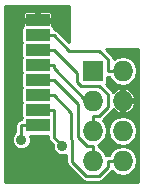
<source format=gtl>
G04 #@! TF.FileFunction,Copper,L1,Top,Signal*
%FSLAX46Y46*%
G04 Gerber Fmt 4.6, Leading zero omitted, Abs format (unit mm)*
G04 Created by KiCad (PCBNEW 4.0.4-stable) date Monday 13 March 2017 'à' 21:28:35*
%MOMM*%
%LPD*%
G01*
G04 APERTURE LIST*
%ADD10C,0.100000*%
%ADD11R,1.727200X1.727200*%
%ADD12O,1.727200X1.727200*%
%ADD13R,2.000000X1.000000*%
%ADD14C,0.889000*%
%ADD15C,0.254000*%
G04 APERTURE END LIST*
D10*
D11*
X61100000Y-36300000D03*
D12*
X63640000Y-36300000D03*
X61100000Y-38840000D03*
X63640000Y-38840000D03*
X61100000Y-41380000D03*
X63640000Y-41380000D03*
X61100000Y-43920000D03*
X63640000Y-43920000D03*
D13*
X56450000Y-40900000D03*
X56450000Y-39630000D03*
X56450000Y-38360000D03*
X56450000Y-37090000D03*
X56450000Y-35820000D03*
X56450000Y-34550000D03*
X56450000Y-33280000D03*
X56450000Y-32010000D03*
D14*
X55068700Y-42123500D03*
X54735600Y-32210500D03*
X58536100Y-42650000D03*
D15*
X56450000Y-40900000D02*
X55068700Y-40900000D01*
X55068700Y-40900000D02*
X55068700Y-42123500D01*
X54936100Y-32010000D02*
X54735600Y-32210500D01*
X56450000Y-32010000D02*
X54936100Y-32010000D01*
X60576200Y-38840000D02*
X61100000Y-38840000D01*
X57831300Y-36095100D02*
X60576200Y-38840000D01*
X57831300Y-35820000D02*
X57831300Y-36095100D01*
X56450000Y-35820000D02*
X57831300Y-35820000D01*
X61615800Y-40135100D02*
X61100000Y-40135100D01*
X62370000Y-39380900D02*
X61615800Y-40135100D01*
X62370000Y-38274500D02*
X62370000Y-39380900D01*
X61665500Y-37570000D02*
X62370000Y-38274500D01*
X60099000Y-37570000D02*
X61665500Y-37570000D01*
X59747800Y-37218800D02*
X60099000Y-37570000D01*
X59747800Y-36466500D02*
X59747800Y-37218800D01*
X57831300Y-34550000D02*
X59747800Y-36466500D01*
X56450000Y-34550000D02*
X57831300Y-34550000D01*
X61100000Y-41380000D02*
X61100000Y-40135100D01*
X56450000Y-39630000D02*
X57831300Y-39630000D01*
X57831300Y-41945200D02*
X58536100Y-42650000D01*
X57831300Y-39630000D02*
X57831300Y-41945200D01*
X60634500Y-42675100D02*
X61100000Y-42675100D01*
X59855100Y-41895700D02*
X60634500Y-42675100D01*
X59855100Y-39113800D02*
X59855100Y-41895700D01*
X57831300Y-37090000D02*
X59855100Y-39113800D01*
X56450000Y-37090000D02*
X57831300Y-37090000D01*
X61100000Y-43920000D02*
X61100000Y-42675100D01*
X56450000Y-38360000D02*
X57831300Y-38360000D01*
X63640000Y-43920000D02*
X62395100Y-43920000D01*
X62395100Y-44435800D02*
X62395100Y-43920000D01*
X61648800Y-45182100D02*
X62395100Y-44435800D01*
X60559800Y-45182100D02*
X61648800Y-45182100D01*
X59374500Y-43996800D02*
X60559800Y-45182100D01*
X59374500Y-42135500D02*
X59374500Y-43996800D01*
X59312600Y-42073600D02*
X59374500Y-42135500D01*
X59312600Y-39841300D02*
X59312600Y-42073600D01*
X57831300Y-38360000D02*
X59312600Y-39841300D01*
X62395100Y-35328500D02*
X62395100Y-36300000D01*
X61658000Y-34591400D02*
X62395100Y-35328500D01*
X59142700Y-34591400D02*
X61658000Y-34591400D01*
X57831300Y-33280000D02*
X59142700Y-34591400D01*
X56450000Y-33280000D02*
X57831300Y-33280000D01*
X63640000Y-36300000D02*
X62395100Y-36300000D01*
G36*
X59121400Y-33851680D02*
X58190510Y-32920790D01*
X58025703Y-32810669D01*
X57837179Y-32773169D01*
X57811897Y-32638810D01*
X57728454Y-32509135D01*
X57678600Y-32475071D01*
X57678600Y-32194150D01*
X57621450Y-32137000D01*
X56577000Y-32137000D01*
X56577000Y-32157000D01*
X56323000Y-32157000D01*
X56323000Y-32137000D01*
X55278550Y-32137000D01*
X55221400Y-32194150D01*
X55221400Y-32474349D01*
X55179135Y-32501546D01*
X55092141Y-32628866D01*
X55061536Y-32780000D01*
X55061536Y-33780000D01*
X55087871Y-33919955D01*
X55061536Y-34050000D01*
X55061536Y-35050000D01*
X55087871Y-35189955D01*
X55061536Y-35320000D01*
X55061536Y-36320000D01*
X55087871Y-36459955D01*
X55061536Y-36590000D01*
X55061536Y-37590000D01*
X55087871Y-37729955D01*
X55061536Y-37860000D01*
X55061536Y-38860000D01*
X55087871Y-38999955D01*
X55061536Y-39130000D01*
X55061536Y-40130000D01*
X55087871Y-40269955D01*
X55062923Y-40393149D01*
X54874297Y-40430669D01*
X54709490Y-40540790D01*
X54599369Y-40705597D01*
X54560700Y-40900000D01*
X54560700Y-41464198D01*
X54369283Y-41655281D01*
X54243343Y-41958577D01*
X54243057Y-42286982D01*
X54368467Y-42590498D01*
X54600481Y-42822917D01*
X54903777Y-42948857D01*
X55232182Y-42949143D01*
X55535698Y-42823733D01*
X55768117Y-42591719D01*
X55894057Y-42288423D01*
X55894343Y-41960018D01*
X55823458Y-41788464D01*
X57323300Y-41788464D01*
X57323300Y-41945200D01*
X57361969Y-42139603D01*
X57472090Y-42304410D01*
X57710693Y-42543013D01*
X57710457Y-42813482D01*
X57835867Y-43116998D01*
X58067881Y-43349417D01*
X58371177Y-43475357D01*
X58699582Y-43475643D01*
X58866500Y-43406674D01*
X58866500Y-43996800D01*
X58905169Y-44191203D01*
X59015290Y-44356010D01*
X60200590Y-45541310D01*
X60365396Y-45651431D01*
X60397650Y-45657846D01*
X60559800Y-45690100D01*
X61648800Y-45690100D01*
X61843203Y-45651431D01*
X62008010Y-45541310D01*
X62745891Y-44803430D01*
X62759935Y-44824448D01*
X63163712Y-45094243D01*
X63640000Y-45188983D01*
X64116288Y-45094243D01*
X64520065Y-44824448D01*
X64789860Y-44420671D01*
X64884600Y-43944383D01*
X64884600Y-43895617D01*
X64789860Y-43419329D01*
X64520065Y-43015552D01*
X64116288Y-42745757D01*
X63640000Y-42651017D01*
X63163712Y-42745757D01*
X62759935Y-43015552D01*
X62495037Y-43412000D01*
X62395100Y-43412000D01*
X62253986Y-43440069D01*
X62249860Y-43419329D01*
X61980065Y-43015552D01*
X61608000Y-42766946D01*
X61608000Y-42675100D01*
X61583060Y-42549718D01*
X61980065Y-42284448D01*
X62249860Y-41880671D01*
X62344600Y-41404383D01*
X62344600Y-41355617D01*
X62395400Y-41355617D01*
X62395400Y-41404383D01*
X62490140Y-41880671D01*
X62759935Y-42284448D01*
X63163712Y-42554243D01*
X63640000Y-42648983D01*
X64116288Y-42554243D01*
X64520065Y-42284448D01*
X64789860Y-41880671D01*
X64884600Y-41404383D01*
X64884600Y-41355617D01*
X64789860Y-40879329D01*
X64520065Y-40475552D01*
X64116288Y-40205757D01*
X63640000Y-40111017D01*
X63163712Y-40205757D01*
X62759935Y-40475552D01*
X62490140Y-40879329D01*
X62395400Y-41355617D01*
X62344600Y-41355617D01*
X62249860Y-40879329D01*
X61985554Y-40483766D01*
X62729210Y-39740110D01*
X62839331Y-39575303D01*
X62841135Y-39566235D01*
X63105114Y-39792274D01*
X63344865Y-39891568D01*
X63513000Y-39867229D01*
X63513000Y-38967000D01*
X63767000Y-38967000D01*
X63767000Y-39867229D01*
X63935135Y-39891568D01*
X64174886Y-39792274D01*
X64498590Y-39515094D01*
X64691581Y-39135137D01*
X64667654Y-38967000D01*
X63767000Y-38967000D01*
X63513000Y-38967000D01*
X63493000Y-38967000D01*
X63493000Y-38713000D01*
X63513000Y-38713000D01*
X63513000Y-37812771D01*
X63767000Y-37812771D01*
X63767000Y-38713000D01*
X64667654Y-38713000D01*
X64691581Y-38544863D01*
X64498590Y-38164906D01*
X64174886Y-37887726D01*
X63935135Y-37788432D01*
X63767000Y-37812771D01*
X63513000Y-37812771D01*
X63344865Y-37788432D01*
X63105114Y-37887726D01*
X62845316Y-38110185D01*
X62839331Y-38080097D01*
X62771422Y-37978464D01*
X62729210Y-37915289D01*
X62243196Y-37429276D01*
X62321459Y-37314734D01*
X62352064Y-37163600D01*
X62352064Y-36799440D01*
X62395100Y-36808000D01*
X62495037Y-36808000D01*
X62759935Y-37204448D01*
X63163712Y-37474243D01*
X63640000Y-37568983D01*
X64116288Y-37474243D01*
X64520065Y-37204448D01*
X64789860Y-36800671D01*
X64884600Y-36324383D01*
X64884600Y-36275617D01*
X64789860Y-35799329D01*
X64520065Y-35395552D01*
X64116288Y-35125757D01*
X63640000Y-35031017D01*
X63163712Y-35125757D01*
X62898077Y-35303248D01*
X62864431Y-35134097D01*
X62754310Y-34969290D01*
X62263620Y-34478600D01*
X64921400Y-34478600D01*
X64921400Y-45721400D01*
X53678600Y-45721400D01*
X53678600Y-31464529D01*
X55221400Y-31464529D01*
X55221400Y-31825850D01*
X55278550Y-31883000D01*
X56323000Y-31883000D01*
X56323000Y-31338550D01*
X56577000Y-31338550D01*
X56577000Y-31883000D01*
X57621450Y-31883000D01*
X57678600Y-31825850D01*
X57678600Y-31464529D01*
X57643798Y-31380509D01*
X57579492Y-31316203D01*
X57495472Y-31281400D01*
X56634150Y-31281400D01*
X56577000Y-31338550D01*
X56323000Y-31338550D01*
X56265850Y-31281400D01*
X55404528Y-31281400D01*
X55320508Y-31316203D01*
X55256202Y-31380509D01*
X55221400Y-31464529D01*
X53678600Y-31464529D01*
X53678600Y-30778600D01*
X59121400Y-30778600D01*
X59121400Y-33851680D01*
X59121400Y-33851680D01*
G37*
X59121400Y-33851680D02*
X58190510Y-32920790D01*
X58025703Y-32810669D01*
X57837179Y-32773169D01*
X57811897Y-32638810D01*
X57728454Y-32509135D01*
X57678600Y-32475071D01*
X57678600Y-32194150D01*
X57621450Y-32137000D01*
X56577000Y-32137000D01*
X56577000Y-32157000D01*
X56323000Y-32157000D01*
X56323000Y-32137000D01*
X55278550Y-32137000D01*
X55221400Y-32194150D01*
X55221400Y-32474349D01*
X55179135Y-32501546D01*
X55092141Y-32628866D01*
X55061536Y-32780000D01*
X55061536Y-33780000D01*
X55087871Y-33919955D01*
X55061536Y-34050000D01*
X55061536Y-35050000D01*
X55087871Y-35189955D01*
X55061536Y-35320000D01*
X55061536Y-36320000D01*
X55087871Y-36459955D01*
X55061536Y-36590000D01*
X55061536Y-37590000D01*
X55087871Y-37729955D01*
X55061536Y-37860000D01*
X55061536Y-38860000D01*
X55087871Y-38999955D01*
X55061536Y-39130000D01*
X55061536Y-40130000D01*
X55087871Y-40269955D01*
X55062923Y-40393149D01*
X54874297Y-40430669D01*
X54709490Y-40540790D01*
X54599369Y-40705597D01*
X54560700Y-40900000D01*
X54560700Y-41464198D01*
X54369283Y-41655281D01*
X54243343Y-41958577D01*
X54243057Y-42286982D01*
X54368467Y-42590498D01*
X54600481Y-42822917D01*
X54903777Y-42948857D01*
X55232182Y-42949143D01*
X55535698Y-42823733D01*
X55768117Y-42591719D01*
X55894057Y-42288423D01*
X55894343Y-41960018D01*
X55823458Y-41788464D01*
X57323300Y-41788464D01*
X57323300Y-41945200D01*
X57361969Y-42139603D01*
X57472090Y-42304410D01*
X57710693Y-42543013D01*
X57710457Y-42813482D01*
X57835867Y-43116998D01*
X58067881Y-43349417D01*
X58371177Y-43475357D01*
X58699582Y-43475643D01*
X58866500Y-43406674D01*
X58866500Y-43996800D01*
X58905169Y-44191203D01*
X59015290Y-44356010D01*
X60200590Y-45541310D01*
X60365396Y-45651431D01*
X60397650Y-45657846D01*
X60559800Y-45690100D01*
X61648800Y-45690100D01*
X61843203Y-45651431D01*
X62008010Y-45541310D01*
X62745891Y-44803430D01*
X62759935Y-44824448D01*
X63163712Y-45094243D01*
X63640000Y-45188983D01*
X64116288Y-45094243D01*
X64520065Y-44824448D01*
X64789860Y-44420671D01*
X64884600Y-43944383D01*
X64884600Y-43895617D01*
X64789860Y-43419329D01*
X64520065Y-43015552D01*
X64116288Y-42745757D01*
X63640000Y-42651017D01*
X63163712Y-42745757D01*
X62759935Y-43015552D01*
X62495037Y-43412000D01*
X62395100Y-43412000D01*
X62253986Y-43440069D01*
X62249860Y-43419329D01*
X61980065Y-43015552D01*
X61608000Y-42766946D01*
X61608000Y-42675100D01*
X61583060Y-42549718D01*
X61980065Y-42284448D01*
X62249860Y-41880671D01*
X62344600Y-41404383D01*
X62344600Y-41355617D01*
X62395400Y-41355617D01*
X62395400Y-41404383D01*
X62490140Y-41880671D01*
X62759935Y-42284448D01*
X63163712Y-42554243D01*
X63640000Y-42648983D01*
X64116288Y-42554243D01*
X64520065Y-42284448D01*
X64789860Y-41880671D01*
X64884600Y-41404383D01*
X64884600Y-41355617D01*
X64789860Y-40879329D01*
X64520065Y-40475552D01*
X64116288Y-40205757D01*
X63640000Y-40111017D01*
X63163712Y-40205757D01*
X62759935Y-40475552D01*
X62490140Y-40879329D01*
X62395400Y-41355617D01*
X62344600Y-41355617D01*
X62249860Y-40879329D01*
X61985554Y-40483766D01*
X62729210Y-39740110D01*
X62839331Y-39575303D01*
X62841135Y-39566235D01*
X63105114Y-39792274D01*
X63344865Y-39891568D01*
X63513000Y-39867229D01*
X63513000Y-38967000D01*
X63767000Y-38967000D01*
X63767000Y-39867229D01*
X63935135Y-39891568D01*
X64174886Y-39792274D01*
X64498590Y-39515094D01*
X64691581Y-39135137D01*
X64667654Y-38967000D01*
X63767000Y-38967000D01*
X63513000Y-38967000D01*
X63493000Y-38967000D01*
X63493000Y-38713000D01*
X63513000Y-38713000D01*
X63513000Y-37812771D01*
X63767000Y-37812771D01*
X63767000Y-38713000D01*
X64667654Y-38713000D01*
X64691581Y-38544863D01*
X64498590Y-38164906D01*
X64174886Y-37887726D01*
X63935135Y-37788432D01*
X63767000Y-37812771D01*
X63513000Y-37812771D01*
X63344865Y-37788432D01*
X63105114Y-37887726D01*
X62845316Y-38110185D01*
X62839331Y-38080097D01*
X62771422Y-37978464D01*
X62729210Y-37915289D01*
X62243196Y-37429276D01*
X62321459Y-37314734D01*
X62352064Y-37163600D01*
X62352064Y-36799440D01*
X62395100Y-36808000D01*
X62495037Y-36808000D01*
X62759935Y-37204448D01*
X63163712Y-37474243D01*
X63640000Y-37568983D01*
X64116288Y-37474243D01*
X64520065Y-37204448D01*
X64789860Y-36800671D01*
X64884600Y-36324383D01*
X64884600Y-36275617D01*
X64789860Y-35799329D01*
X64520065Y-35395552D01*
X64116288Y-35125757D01*
X63640000Y-35031017D01*
X63163712Y-35125757D01*
X62898077Y-35303248D01*
X62864431Y-35134097D01*
X62754310Y-34969290D01*
X62263620Y-34478600D01*
X64921400Y-34478600D01*
X64921400Y-45721400D01*
X53678600Y-45721400D01*
X53678600Y-31464529D01*
X55221400Y-31464529D01*
X55221400Y-31825850D01*
X55278550Y-31883000D01*
X56323000Y-31883000D01*
X56323000Y-31338550D01*
X56577000Y-31338550D01*
X56577000Y-31883000D01*
X57621450Y-31883000D01*
X57678600Y-31825850D01*
X57678600Y-31464529D01*
X57643798Y-31380509D01*
X57579492Y-31316203D01*
X57495472Y-31281400D01*
X56634150Y-31281400D01*
X56577000Y-31338550D01*
X56323000Y-31338550D01*
X56265850Y-31281400D01*
X55404528Y-31281400D01*
X55320508Y-31316203D01*
X55256202Y-31380509D01*
X55221400Y-31464529D01*
X53678600Y-31464529D01*
X53678600Y-30778600D01*
X59121400Y-30778600D01*
X59121400Y-33851680D01*
M02*

</source>
